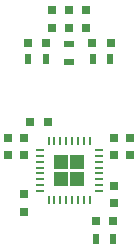
<source format=gtp>
G04 #@! TF.FileFunction,Paste,Top*
%FSLAX46Y46*%
G04 Gerber Fmt 4.6, Leading zero omitted, Abs format (unit mm)*
G04 Created by KiCad (PCBNEW 4.0.7) date 11/16/17 22:13:52*
%MOMM*%
%LPD*%
G01*
G04 APERTURE LIST*
%ADD10C,0.100000*%
%ADD11R,0.500000X0.900000*%
%ADD12R,0.800000X0.750000*%
%ADD13R,0.750000X0.800000*%
%ADD14R,0.800000X0.800000*%
%ADD15R,0.900000X0.500000*%
%ADD16O,0.240000X0.700000*%
%ADD17O,0.700000X0.240000*%
%ADD18R,1.170000X1.170000*%
G04 APERTURE END LIST*
D10*
D11*
X91134500Y-138684000D03*
X92634500Y-138684000D03*
D12*
X91134500Y-137223500D03*
X92634500Y-137223500D03*
D13*
X92710000Y-134187500D03*
X92710000Y-135687500D03*
X94056200Y-131623500D03*
X94056200Y-130123500D03*
X92659200Y-131623500D03*
X92659200Y-130123500D03*
D12*
X87110000Y-128778000D03*
X85610000Y-128778000D03*
D13*
X83693000Y-131623500D03*
X83693000Y-130123500D03*
X85090000Y-131623500D03*
X85090000Y-130123500D03*
X85090000Y-134886000D03*
X85090000Y-136386000D03*
D11*
X92380500Y-123507500D03*
X90880500Y-123507500D03*
D14*
X90830500Y-122110500D03*
X92430500Y-122110500D03*
X85369500Y-122110500D03*
X86969500Y-122110500D03*
D11*
X86919500Y-123507500D03*
X85419500Y-123507500D03*
D15*
X88900000Y-123686000D03*
X88900000Y-122186000D03*
D13*
X90333914Y-120826300D03*
X90333914Y-119326300D03*
X88873414Y-120826300D03*
X88873414Y-119326300D03*
X87412914Y-120826300D03*
X87412914Y-119326300D03*
D16*
X90650000Y-135405500D03*
X90150000Y-135405500D03*
X89650000Y-135405500D03*
X89150000Y-135405500D03*
X88650000Y-135405500D03*
X88150000Y-135405500D03*
X87650000Y-135405500D03*
X87150000Y-135405500D03*
D17*
X86400000Y-134655500D03*
X86400000Y-134155500D03*
X86400000Y-133655500D03*
X86400000Y-133155500D03*
X86400000Y-132655500D03*
X86400000Y-132155500D03*
X86400000Y-131655500D03*
X86400000Y-131155500D03*
D16*
X87150000Y-130405500D03*
X87650000Y-130405500D03*
X88150000Y-130405500D03*
X88650000Y-130405500D03*
X89150000Y-130405500D03*
X89650000Y-130405500D03*
X90150000Y-130405500D03*
X90650000Y-130405500D03*
D17*
X91400000Y-131155500D03*
X91400000Y-131655500D03*
X91400000Y-132155500D03*
X91400000Y-132655500D03*
X91400000Y-133155500D03*
X91400000Y-133655500D03*
X91400000Y-134155500D03*
X91400000Y-134655500D03*
D18*
X89600000Y-133605500D03*
X88200000Y-132205500D03*
X88200000Y-133605500D03*
X89600000Y-132205500D03*
M02*

</source>
